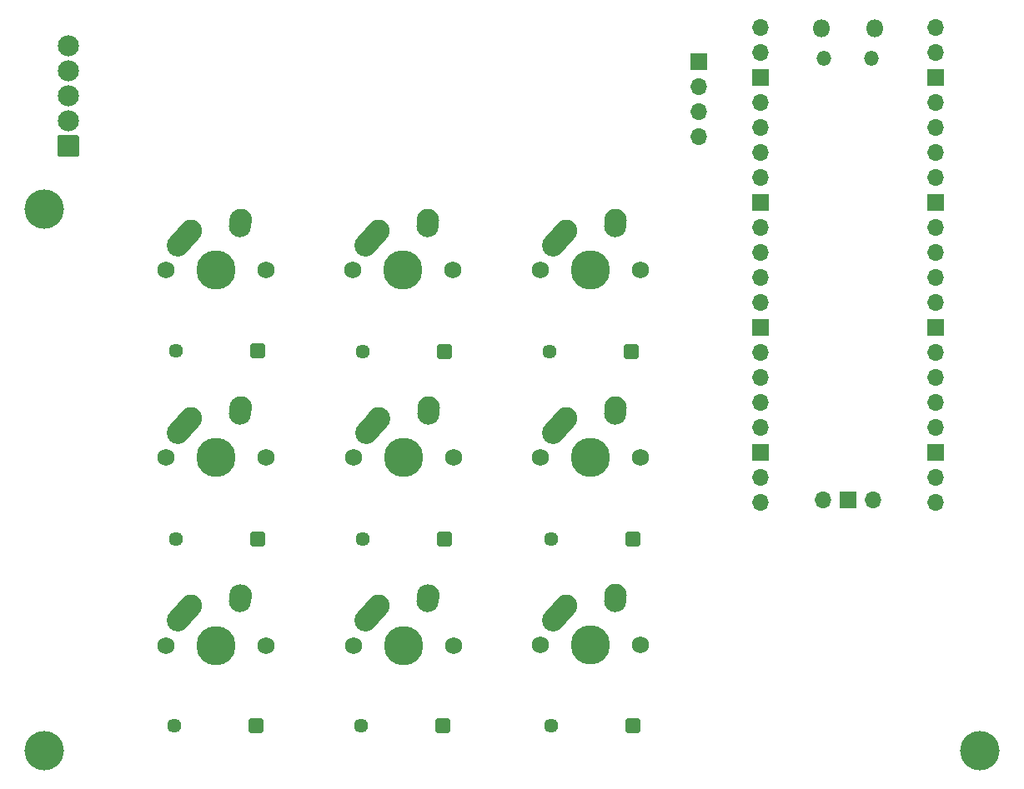
<source format=gbr>
%TF.GenerationSoftware,KiCad,Pcbnew,7.0.8*%
%TF.CreationDate,2023-11-02T17:37:10-07:00*%
%TF.ProjectId,3D4E Macropad,33443445-204d-4616-9372-6f7061642e6b,rev?*%
%TF.SameCoordinates,Original*%
%TF.FileFunction,Soldermask,Bot*%
%TF.FilePolarity,Negative*%
%FSLAX46Y46*%
G04 Gerber Fmt 4.6, Leading zero omitted, Abs format (unit mm)*
G04 Created by KiCad (PCBNEW 7.0.8) date 2023-11-02 17:37:10*
%MOMM*%
%LPD*%
G01*
G04 APERTURE LIST*
G04 Aperture macros list*
%AMRoundRect*
0 Rectangle with rounded corners*
0 $1 Rounding radius*
0 $2 $3 $4 $5 $6 $7 $8 $9 X,Y pos of 4 corners*
0 Add a 4 corners polygon primitive as box body*
4,1,4,$2,$3,$4,$5,$6,$7,$8,$9,$2,$3,0*
0 Add four circle primitives for the rounded corners*
1,1,$1+$1,$2,$3*
1,1,$1+$1,$4,$5*
1,1,$1+$1,$6,$7*
1,1,$1+$1,$8,$9*
0 Add four rect primitives between the rounded corners*
20,1,$1+$1,$2,$3,$4,$5,0*
20,1,$1+$1,$4,$5,$6,$7,0*
20,1,$1+$1,$6,$7,$8,$9,0*
20,1,$1+$1,$8,$9,$2,$3,0*%
%AMHorizOval*
0 Thick line with rounded ends*
0 $1 width*
0 $2 $3 position (X,Y) of the first rounded end (center of the circle)*
0 $4 $5 position (X,Y) of the second rounded end (center of the circle)*
0 Add line between two ends*
20,1,$1,$2,$3,$4,$5,0*
0 Add two circle primitives to create the rounded ends*
1,1,$1,$2,$3*
1,1,$1,$4,$5*%
G04 Aperture macros list end*
%ADD10C,1.442000*%
%ADD11RoundRect,0.102000X0.619000X0.619000X-0.619000X0.619000X-0.619000X-0.619000X0.619000X-0.619000X0*%
%ADD12C,1.750000*%
%ADD13C,3.987800*%
%ADD14HorizOval,2.250000X0.655001X0.730000X-0.655001X-0.730000X0*%
%ADD15C,2.250000*%
%ADD16HorizOval,2.250000X0.020000X0.290000X-0.020000X-0.290000X0*%
%ADD17R,1.700000X1.700000*%
%ADD18O,1.700000X1.700000*%
%ADD19C,2.134400*%
%ADD20RoundRect,0.102000X-0.965200X0.965200X-0.965200X-0.965200X0.965200X-0.965200X0.965200X0.965200X0*%
%ADD21C,4.000000*%
%ADD22O,1.800000X1.800000*%
%ADD23O,1.500000X1.500000*%
G04 APERTURE END LIST*
D10*
%TO.C,D3*%
X38354000Y-103500000D03*
D11*
X46646000Y-103500000D03*
%TD*%
D12*
%TO.C,MX9*%
X75420000Y-114300000D03*
D13*
X80500000Y-114300000D03*
D12*
X85580000Y-114300000D03*
D14*
X77345001Y-111030000D03*
D15*
X78000000Y-110300000D03*
D16*
X83020000Y-109510000D03*
D15*
X83040000Y-109220000D03*
%TD*%
D12*
%TO.C,MX7*%
X37340000Y-114310000D03*
D13*
X42420000Y-114310000D03*
D12*
X47500000Y-114310000D03*
D14*
X39265001Y-111040000D03*
D15*
X39920000Y-110310000D03*
D16*
X44940000Y-109520000D03*
D15*
X44960000Y-109230000D03*
%TD*%
D10*
%TO.C,D4*%
X57354000Y-103500000D03*
D11*
X65646000Y-103500000D03*
%TD*%
D10*
%TO.C,D1*%
X57354000Y-84500000D03*
D11*
X65646000Y-84500000D03*
%TD*%
D10*
%TO.C,D2*%
X76354000Y-84500000D03*
D11*
X84646000Y-84500000D03*
%TD*%
D10*
%TO.C,D8*%
X76500000Y-122500000D03*
D11*
X84792000Y-122500000D03*
%TD*%
D12*
%TO.C,MX5*%
X56420000Y-95250000D03*
D13*
X61500000Y-95250000D03*
D12*
X66580000Y-95250000D03*
D14*
X58345001Y-91980000D03*
D15*
X59000000Y-91250000D03*
D16*
X64020000Y-90460000D03*
D15*
X64040000Y-90170000D03*
%TD*%
D17*
%TO.C,ssd1*%
X91500000Y-55000000D03*
D18*
X91500000Y-57540000D03*
X91500000Y-60080000D03*
X91500000Y-62620000D03*
%TD*%
D19*
%TO.C,U2*%
X27500000Y-53420000D03*
X27500000Y-55960000D03*
D20*
X27500000Y-63580000D03*
D19*
X27500000Y-58500000D03*
X27500000Y-61040000D03*
%TD*%
D10*
%TO.C,D5*%
X76500000Y-103500000D03*
D11*
X84792000Y-103500000D03*
%TD*%
D10*
%TO.C,D6*%
X38208000Y-122500000D03*
D11*
X46500000Y-122500000D03*
%TD*%
D12*
%TO.C,MX4*%
X37340000Y-95250000D03*
D13*
X42420000Y-95250000D03*
D12*
X47500000Y-95250000D03*
D14*
X39265001Y-91980000D03*
D15*
X39920000Y-91250000D03*
D16*
X44940000Y-90460000D03*
D15*
X44960000Y-90170000D03*
%TD*%
D12*
%TO.C,MX3*%
X75420000Y-76200000D03*
D13*
X80500000Y-76200000D03*
D12*
X85580000Y-76200000D03*
D14*
X77345001Y-72930000D03*
D15*
X78000000Y-72200000D03*
D16*
X83020000Y-71410000D03*
D15*
X83040000Y-71120000D03*
%TD*%
D10*
%TO.C,D0*%
X38354000Y-84400000D03*
D11*
X46646000Y-84400000D03*
%TD*%
D12*
%TO.C,MX8*%
X56390000Y-114320000D03*
D13*
X61470000Y-114320000D03*
D12*
X66550000Y-114320000D03*
D14*
X58315001Y-111050000D03*
D15*
X58970000Y-110320000D03*
D16*
X63990000Y-109530000D03*
D15*
X64010000Y-109240000D03*
%TD*%
D12*
%TO.C,MX6*%
X75420000Y-95250000D03*
D13*
X80500000Y-95250000D03*
D12*
X85580000Y-95250000D03*
D14*
X77345001Y-91980000D03*
D15*
X78000000Y-91250000D03*
D16*
X83020000Y-90460000D03*
D15*
X83040000Y-90170000D03*
%TD*%
D21*
%TO.C,HOLE_M3*%
X25000000Y-125000000D03*
%TD*%
D22*
%TO.C,U1*%
X103885000Y-51630000D03*
D23*
X104185000Y-54660000D03*
X109035000Y-54660000D03*
D22*
X109335000Y-51630000D03*
D18*
X97720000Y-51500000D03*
X97720000Y-54040000D03*
D17*
X97720000Y-56580000D03*
D18*
X97720000Y-59120000D03*
X97720000Y-61660000D03*
X97720000Y-64200000D03*
X97720000Y-66740000D03*
D17*
X97720000Y-69280000D03*
D18*
X97720000Y-71820000D03*
X97720000Y-74360000D03*
X97720000Y-76900000D03*
X97720000Y-79440000D03*
D17*
X97720000Y-81980000D03*
D18*
X97720000Y-84520000D03*
X97720000Y-87060000D03*
X97720000Y-89600000D03*
X97720000Y-92140000D03*
D17*
X97720000Y-94680000D03*
D18*
X97720000Y-97220000D03*
X97720000Y-99760000D03*
X115500000Y-99760000D03*
X115500000Y-97220000D03*
D17*
X115500000Y-94680000D03*
D18*
X115500000Y-92140000D03*
X115500000Y-89600000D03*
X115500000Y-87060000D03*
X115500000Y-84520000D03*
D17*
X115500000Y-81980000D03*
D18*
X115500000Y-79440000D03*
X115500000Y-76900000D03*
X115500000Y-74360000D03*
X115500000Y-71820000D03*
D17*
X115500000Y-69280000D03*
D18*
X115500000Y-66740000D03*
X115500000Y-64200000D03*
X115500000Y-61660000D03*
X115500000Y-59120000D03*
D17*
X115500000Y-56580000D03*
D18*
X115500000Y-54040000D03*
X115500000Y-51500000D03*
X104070000Y-99530000D03*
D17*
X106610000Y-99530000D03*
D18*
X109150000Y-99530000D03*
%TD*%
D21*
%TO.C,HOLE_M3*%
X25000000Y-70000000D03*
%TD*%
D12*
%TO.C,MX2*%
X56356250Y-76200000D03*
D13*
X61436250Y-76200000D03*
D12*
X66516250Y-76200000D03*
D14*
X58281251Y-72930000D03*
D15*
X58936250Y-72200000D03*
D16*
X63956250Y-71410000D03*
D15*
X63976250Y-71120000D03*
%TD*%
D10*
%TO.C,D7*%
X57208000Y-122500000D03*
D11*
X65500000Y-122500000D03*
%TD*%
D12*
%TO.C,MX1*%
X37340000Y-76200000D03*
D13*
X42420000Y-76200000D03*
D12*
X47500000Y-76200000D03*
D14*
X39265001Y-72930000D03*
D15*
X39920000Y-72200000D03*
D16*
X44940000Y-71410000D03*
D15*
X44960000Y-71120000D03*
%TD*%
D21*
%TO.C,HOLE_M3*%
X120000000Y-125000000D03*
%TD*%
M02*

</source>
